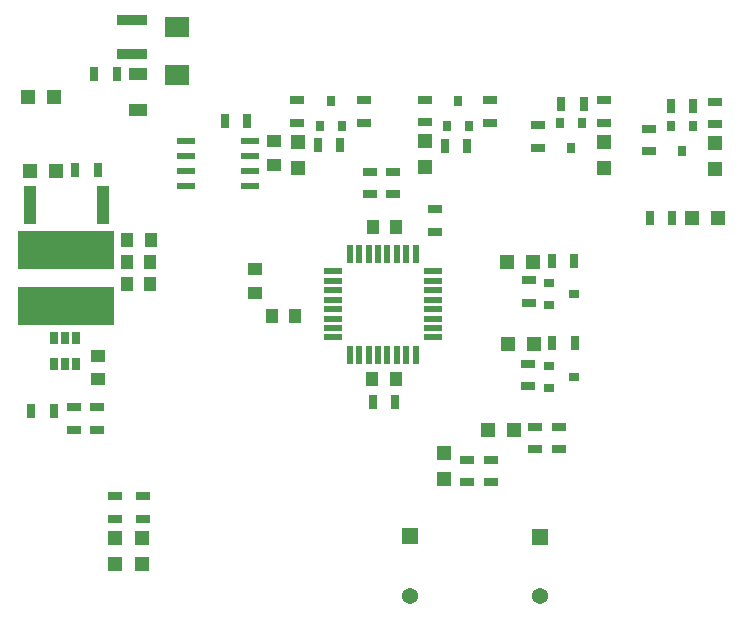
<source format=gtp>
G04 #@! TF.GenerationSoftware,KiCad,Pcbnew,5.0.0-fee4fd1~66~ubuntu16.04.1*
G04 #@! TF.CreationDate,2019-02-10T09:27:51-05:00*
G04 #@! TF.ProjectId,AIR_Control_Board,4149525F436F6E74726F6C5F426F6172,rev?*
G04 #@! TF.SameCoordinates,Original*
G04 #@! TF.FileFunction,Paste,Top*
G04 #@! TF.FilePolarity,Positive*
%FSLAX46Y46*%
G04 Gerber Fmt 4.6, Leading zero omitted, Abs format (unit mm)*
G04 Created by KiCad (PCBNEW 5.0.0-fee4fd1~66~ubuntu16.04.1) date Sun Feb 10 09:27:51 2019*
%MOMM*%
%LPD*%
G01*
G04 APERTURE LIST*
%ADD10C,1.371600*%
%ADD11R,1.371600X1.371600*%
%ADD12R,1.300000X0.700000*%
%ADD13R,1.550000X0.600000*%
%ADD14R,1.200000X1.200000*%
%ADD15R,1.000000X1.250000*%
%ADD16R,0.700000X1.300000*%
%ADD17R,0.900000X0.800000*%
%ADD18R,0.800000X0.900000*%
%ADD19R,2.159000X1.778000*%
%ADD20R,1.600000X0.550000*%
%ADD21R,0.550000X1.600000*%
%ADD22R,1.250000X1.000000*%
%ADD23R,2.500000X0.900000*%
%ADD24R,8.200000X3.300000*%
%ADD25R,0.650000X1.060000*%
%ADD26R,1.600000X1.000000*%
%ADD27R,1.000000X3.200000*%
G04 APERTURE END LIST*
D10*
G04 #@! TO.C,C1*
X170688000Y-134366000D03*
D11*
X170688000Y-129362200D03*
G04 #@! TD*
D10*
G04 #@! TO.C,C2*
X159689800Y-134315200D03*
D11*
X159689800Y-129311400D03*
G04 #@! TD*
D12*
G04 #@! TO.C,R33*
X158267400Y-98442700D03*
X158267400Y-100342700D03*
G04 #@! TD*
D13*
G04 #@! TO.C,U1*
X140777465Y-99635642D03*
X140777465Y-98365642D03*
X140777465Y-97095642D03*
X140777465Y-95825642D03*
X146177465Y-95825642D03*
X146177465Y-97095642D03*
X146177465Y-98365642D03*
X146177465Y-99635642D03*
G04 #@! TD*
D14*
G04 #@! TO.C,D1*
X166306500Y-120307100D03*
X168506500Y-120307100D03*
G04 #@! TD*
G04 #@! TO.C,D14*
X127568600Y-98348800D03*
X129768600Y-98348800D03*
G04 #@! TD*
D12*
G04 #@! TO.C,R13*
X179959000Y-96708000D03*
X179959000Y-94808000D03*
G04 #@! TD*
D15*
G04 #@! TO.C,C4*
X158556200Y-103149400D03*
X156556200Y-103149400D03*
G04 #@! TD*
D16*
G04 #@! TO.C,R10*
X181803000Y-92837000D03*
X183703000Y-92837000D03*
G04 #@! TD*
G04 #@! TO.C,R15*
X181925000Y-102362000D03*
X180025000Y-102362000D03*
G04 #@! TD*
D12*
G04 #@! TO.C,R16*
X150177500Y-94292500D03*
X150177500Y-92392500D03*
G04 #@! TD*
G04 #@! TO.C,R14*
X170561000Y-96388000D03*
X170561000Y-94488000D03*
G04 #@! TD*
D15*
G04 #@! TO.C,C8*
X137737600Y-106070400D03*
X135737600Y-106070400D03*
G04 #@! TD*
D17*
G04 #@! TO.C,Q2*
X173579500Y-108775500D03*
X171479500Y-109725500D03*
X171479500Y-107825500D03*
G04 #@! TD*
D16*
G04 #@! TO.C,R22*
X133009600Y-90170000D03*
X134909600Y-90170000D03*
G04 #@! TD*
D12*
G04 #@! TO.C,R29*
X137109200Y-127807800D03*
X137109200Y-125907800D03*
G04 #@! TD*
G04 #@! TO.C,R31*
X161848800Y-103515200D03*
X161848800Y-101615200D03*
G04 #@! TD*
D14*
G04 #@! TO.C,D3*
X167980000Y-113030000D03*
X170180000Y-113030000D03*
G04 #@! TD*
D16*
G04 #@! TO.C,R25*
X127675600Y-118719600D03*
X129575600Y-118719600D03*
G04 #@! TD*
D14*
G04 #@! TO.C,D9*
X160972500Y-98044000D03*
X160972500Y-95844000D03*
G04 #@! TD*
D16*
G04 #@! TO.C,R23*
X156580800Y-117919500D03*
X158480800Y-117919500D03*
G04 #@! TD*
G04 #@! TO.C,R19*
X164589500Y-96266000D03*
X162689500Y-96266000D03*
G04 #@! TD*
D18*
G04 #@! TO.C,Q5*
X153035000Y-92422000D03*
X153985000Y-94522000D03*
X152085000Y-94522000D03*
G04 #@! TD*
D12*
G04 #@! TO.C,R26*
X133248400Y-118379200D03*
X133248400Y-120279200D03*
G04 #@! TD*
G04 #@! TO.C,R21*
X166497000Y-94295000D03*
X166497000Y-92395000D03*
G04 #@! TD*
D16*
G04 #@! TO.C,R24*
X144033200Y-94132400D03*
X145933200Y-94132400D03*
G04 #@! TD*
D19*
G04 #@! TO.C,D10*
X140004800Y-86207600D03*
X140004800Y-90271600D03*
G04 #@! TD*
D14*
G04 #@! TO.C,D11*
X127390800Y-92100400D03*
X129590800Y-92100400D03*
G04 #@! TD*
D17*
G04 #@! TO.C,Q1*
X173579500Y-115824000D03*
X171479500Y-116774000D03*
X171479500Y-114874000D03*
G04 #@! TD*
D14*
G04 #@! TO.C,D12*
X134772400Y-131681400D03*
X134772400Y-129481400D03*
G04 #@! TD*
G04 #@! TO.C,D8*
X150241000Y-98085000D03*
X150241000Y-95885000D03*
G04 #@! TD*
D12*
G04 #@! TO.C,R34*
X156337000Y-98427500D03*
X156337000Y-100327500D03*
G04 #@! TD*
D16*
G04 #@! TO.C,R11*
X172532000Y-92710000D03*
X174432000Y-92710000D03*
G04 #@! TD*
D12*
G04 #@! TO.C,R6*
X166611300Y-124736900D03*
X166611300Y-122836900D03*
G04 #@! TD*
G04 #@! TO.C,R1*
X170345100Y-121942900D03*
X170345100Y-120042900D03*
G04 #@! TD*
G04 #@! TO.C,R7*
X169799000Y-109537500D03*
X169799000Y-107637500D03*
G04 #@! TD*
G04 #@! TO.C,R27*
X134772400Y-127807800D03*
X134772400Y-125907800D03*
G04 #@! TD*
D14*
G04 #@! TO.C,D5*
X176149000Y-98085000D03*
X176149000Y-95885000D03*
G04 #@! TD*
D12*
G04 #@! TO.C,R17*
X160972500Y-94229000D03*
X160972500Y-92329000D03*
G04 #@! TD*
D16*
G04 #@! TO.C,R18*
X153794500Y-96202500D03*
X151894500Y-96202500D03*
G04 #@! TD*
D20*
G04 #@! TO.C,IC1*
X161666500Y-106864500D03*
X161666500Y-107664500D03*
X161666500Y-108464500D03*
X161666500Y-109264500D03*
X161666500Y-110064500D03*
X161666500Y-110864500D03*
X161666500Y-111664500D03*
X161666500Y-112464500D03*
D21*
X160216500Y-113914500D03*
X159416500Y-113914500D03*
X158616500Y-113914500D03*
X157816500Y-113914500D03*
X157016500Y-113914500D03*
X156216500Y-113914500D03*
X155416500Y-113914500D03*
X154616500Y-113914500D03*
D20*
X153166500Y-112464500D03*
X153166500Y-111664500D03*
X153166500Y-110864500D03*
X153166500Y-110064500D03*
X153166500Y-109264500D03*
X153166500Y-108464500D03*
X153166500Y-107664500D03*
X153166500Y-106864500D03*
D21*
X154616500Y-105414500D03*
X155416500Y-105414500D03*
X156216500Y-105414500D03*
X157016500Y-105414500D03*
X157816500Y-105414500D03*
X158616500Y-105414500D03*
X159416500Y-105414500D03*
X160216500Y-105414500D03*
G04 #@! TD*
D14*
G04 #@! TO.C,D13*
X137058400Y-131663800D03*
X137058400Y-129463800D03*
G04 #@! TD*
D12*
G04 #@! TO.C,R28*
X131267200Y-118379200D03*
X131267200Y-120279200D03*
G04 #@! TD*
D14*
G04 #@! TO.C,D6*
X167916500Y-106045000D03*
X170116500Y-106045000D03*
G04 #@! TD*
D18*
G04 #@! TO.C,Q3*
X182753000Y-96681000D03*
X181803000Y-94581000D03*
X183703000Y-94581000D03*
G04 #@! TD*
D16*
G04 #@! TO.C,R32*
X131368800Y-98298000D03*
X133268800Y-98298000D03*
G04 #@! TD*
D12*
G04 #@! TO.C,R20*
X155829000Y-94295000D03*
X155829000Y-92395000D03*
G04 #@! TD*
D18*
G04 #@! TO.C,Q6*
X163766500Y-92422000D03*
X164716500Y-94522000D03*
X162816500Y-94522000D03*
G04 #@! TD*
D15*
G04 #@! TO.C,C6*
X158543500Y-116001800D03*
X156543500Y-116001800D03*
G04 #@! TD*
D14*
G04 #@! TO.C,D4*
X185547000Y-98171000D03*
X185547000Y-95971000D03*
G04 #@! TD*
D12*
G04 #@! TO.C,R8*
X185547000Y-94422000D03*
X185547000Y-92522000D03*
G04 #@! TD*
D18*
G04 #@! TO.C,Q4*
X173355000Y-96427000D03*
X172405000Y-94327000D03*
X174305000Y-94327000D03*
G04 #@! TD*
D15*
G04 #@! TO.C,C9*
X137728200Y-107950000D03*
X135728200Y-107950000D03*
G04 #@! TD*
G04 #@! TO.C,C10*
X137753600Y-104190800D03*
X135753600Y-104190800D03*
G04 #@! TD*
G04 #@! TO.C,C11*
X148012400Y-110642400D03*
X150012400Y-110642400D03*
G04 #@! TD*
D22*
G04 #@! TO.C,C12*
X146608800Y-108661200D03*
X146608800Y-106661200D03*
G04 #@! TD*
D14*
G04 #@! TO.C,D2*
X162560000Y-124485400D03*
X162560000Y-122285400D03*
G04 #@! TD*
D23*
G04 #@! TO.C,F1*
X136194800Y-88470400D03*
X136194800Y-85570400D03*
G04 #@! TD*
D24*
G04 #@! TO.C,L1*
X130606800Y-105092000D03*
X130606800Y-109792000D03*
G04 #@! TD*
D12*
G04 #@! TO.C,R2*
X172364400Y-121930200D03*
X172364400Y-120030200D03*
G04 #@! TD*
G04 #@! TO.C,R3*
X164579300Y-124734400D03*
X164579300Y-122834400D03*
G04 #@! TD*
D16*
G04 #@! TO.C,R12*
X171704000Y-105981500D03*
X173604000Y-105981500D03*
G04 #@! TD*
D25*
G04 #@! TO.C,U2*
X130505200Y-114739600D03*
X131455200Y-114739600D03*
X129555200Y-114739600D03*
X129555200Y-112539600D03*
X130505200Y-112539600D03*
X131455200Y-112539600D03*
G04 #@! TD*
D22*
G04 #@! TO.C,C7*
X133273800Y-114020600D03*
X133273800Y-116020600D03*
G04 #@! TD*
D16*
G04 #@! TO.C,R4*
X171770000Y-112966500D03*
X173670000Y-112966500D03*
G04 #@! TD*
D12*
G04 #@! TO.C,R5*
X169735500Y-116583500D03*
X169735500Y-114683500D03*
G04 #@! TD*
D22*
G04 #@! TO.C,C3*
X148209000Y-97859600D03*
X148209000Y-95859600D03*
G04 #@! TD*
D26*
G04 #@! TO.C,C5*
X136652000Y-93170000D03*
X136652000Y-90170000D03*
G04 #@! TD*
D14*
G04 #@! TO.C,D7*
X185801000Y-102362000D03*
X183601000Y-102362000D03*
G04 #@! TD*
D12*
G04 #@! TO.C,R9*
X176149000Y-94295000D03*
X176149000Y-92395000D03*
G04 #@! TD*
D27*
G04 #@! TO.C,R30*
X127506800Y-101244400D03*
X133706800Y-101244400D03*
G04 #@! TD*
M02*

</source>
